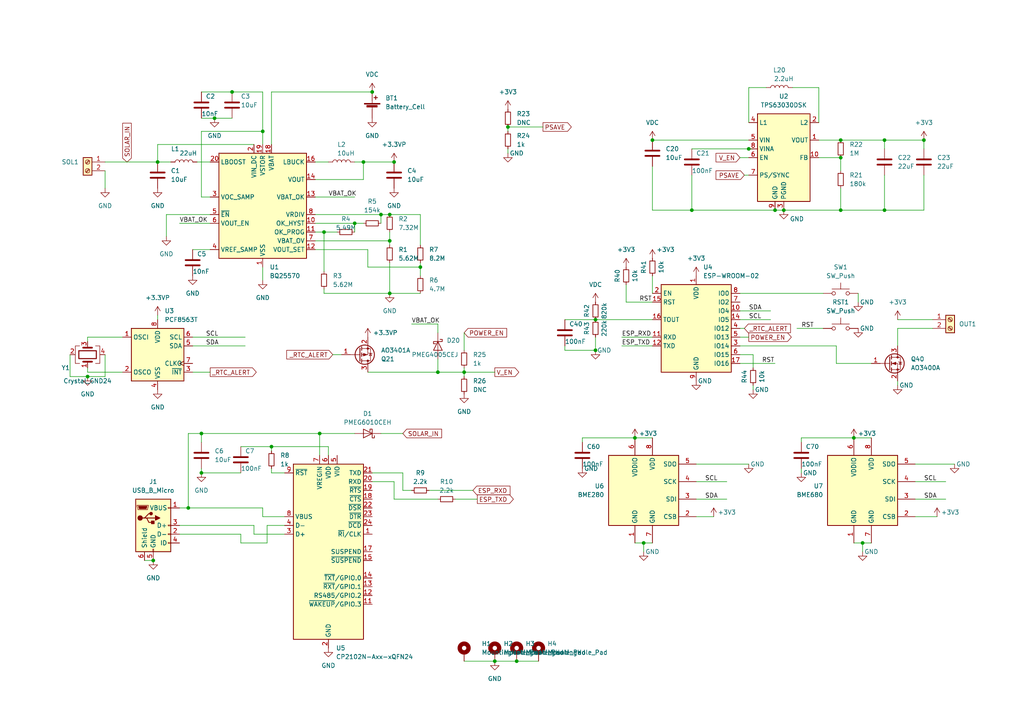
<source format=kicad_sch>
(kicad_sch (version 20230121) (generator eeschema)
  (paper "A4")
  (lib_symbols
    (symbol "Battery_Management:BQ25570"
      (property "Reference" "U" (at -12.7 16.51 0))
      (property "Value" "BQ25570" (at 10.16 16.51 0))
      (symbol "BQ25570_1_1"
        (pin power_in line (at 0 -17.78 90) (length 2.54) (name "VSS") (number "1"))
        (pin input line (at 15.24 -5.08 180) (length 2.54) (name "OK_HYST") (number "10"))
        (pin input line (at 15.24 -7.62 180) (length 2.54) (name "OK_PROG") (number "11"))
        (pin input line (at 15.24 -12.7 180) (length 2.54) (name "VOUT_SET") (number "12"))
        (pin output line (at 15.24 2.54 180) (length 2.54) (name "VBAT_OK") (number "13"))
        (pin input line (at 15.24 7.62 180) (length 2.54) (name "VOUT") (number "14"))
        (pin passive line (at 0 -17.78 90) (length 2.54) hide (name "VSS") (number "15"))
        (pin passive line (at 15.24 12.7 180) (length 2.54) (name "LBUCK") (number "16"))
        (pin passive line (at 0 -17.78 90) (length 2.54) hide (name "VSS") (number "17"))
        (pin power_in line (at 2.54 17.78 270) (length 2.54) (name "VBAT") (number "18"))
        (pin power_out line (at 0 17.78 270) (length 2.54) (name "VSTOR") (number "19"))
        (pin power_in line (at -2.54 17.78 270) (length 2.54) (name "VIN_DC") (number "2"))
        (pin passive line (at -15.24 12.7 0) (length 2.54) (name "LBOOST") (number "20"))
        (pin passive line (at 0 -17.78 90) (length 2.54) hide (name "VSS") (number "21"))
        (pin input line (at -15.24 2.54 0) (length 2.54) (name "VOC_SAMP") (number "3"))
        (pin passive line (at -15.24 -12.7 0) (length 2.54) (name "VREF_SAMP") (number "4"))
        (pin input line (at -15.24 -2.54 0) (length 2.54) (name "~{EN}") (number "5"))
        (pin input line (at -15.24 -5.08 0) (length 2.54) (name "VOUT_EN") (number "6"))
        (pin input line (at 15.24 -10.16 180) (length 2.54) (name "VBAT_OV") (number "7"))
        (pin output line (at 15.24 -2.54 180) (length 2.54) (name "VRDIV") (number "8"))
        (pin passive line (at 0 -17.78 90) (length 2.54) hide (name "VSS") (number "9"))
      )
    )
    (symbol "Connector:Screw_Terminal_01x02" (pin_names (offset 1.016) hide)
      (property "Reference" "J" (at 0 2.54 0))
      (property "Value" "Screw_Terminal_01x02" (at 0 -5.08 0))
      (symbol "Screw_Terminal_01x02_1_1"
        (pin passive line (at -5.08 0 0) (length 3.81) (name "Pin_1") (number "1"))
        (pin passive line (at -5.08 -2.54 0) (length 3.81) (name "Pin_2") (number "2"))
      )
    )
    (symbol "Connector:USB_B_Micro" (pin_names (offset 1.016))
      (property "Reference" "J" (at -5.08 11.43 0))
      (property "Value" "USB_B_Micro" (at -5.08 8.89 0))
      (symbol "USB_B_Micro_1_1"
        (pin power_out line (at 7.62 5.08 180) (length 2.54) (name "VBUS") (number "1"))
        (pin bidirectional line (at 7.62 -2.54 180) (length 2.54) (name "D-") (number "2"))
        (pin bidirectional line (at 7.62 0 180) (length 2.54) (name "D+") (number "3"))
        (pin passive line (at 7.62 -5.08 180) (length 2.54) (name "ID") (number "4"))
        (pin power_out line (at 0 -10.16 90) (length 2.54) (name "GND") (number "5"))
        (pin passive line (at -2.54 -10.16 90) (length 2.54) (name "Shield") (number "6"))
      )
    )
    (symbol "Device:Battery_Cell" (pin_numbers hide) (pin_names (offset 0) hide)
      (property "Reference" "BT" (at 2.54 2.54 0))
      (property "Value" "Battery_Cell" (at 2.54 0 0))
      (symbol "Battery_Cell_1_1"
        (pin passive line (at 0 5.08 270) (length 2.54) (name "+") (number "1"))
        (pin passive line (at 0 -2.54 90) (length 2.54) (name "-") (number "2"))
      )
    )
    (symbol "Device:C" (pin_numbers hide) (pin_names (offset 0.254))
      (property "Reference" "C" (at 0.635 2.54 0))
      (property "Value" "C" (at 0.635 -2.54 0))
      (symbol "C_1_1"
        (pin passive line (at 0 3.81 270) (length 2.794) (name "~") (number "1"))
        (pin passive line (at 0 -3.81 90) (length 2.794) (name "~") (number "2"))
      )
    )
    (symbol "Device:Crystal_GND24" (pin_names (offset 1.016) hide)
      (property "Reference" "Y" (at 3.175 5.08 0))
      (property "Value" "Crystal_GND24" (at 3.175 3.175 0))
      (symbol "Crystal_GND24_1_1"
        (pin passive line (at -3.81 0 0) (length 1.27) (name "1") (number "1"))
        (pin passive line (at 0 5.08 270) (length 1.27) (name "2") (number "2"))
        (pin passive line (at 3.81 0 180) (length 1.27) (name "3") (number "3"))
        (pin passive line (at 0 -5.08 90) (length 1.27) (name "4") (number "4"))
      )
    )
    (symbol "Device:L" (pin_numbers hide) (pin_names (offset 1.016) hide)
      (property "Reference" "L" (at -1.27 0 90))
      (property "Value" "L" (at 1.905 0 90))
      (symbol "L_1_1"
        (pin passive line (at 0 3.81 270) (length 1.27) (name "1") (number "1"))
        (pin passive line (at 0 -3.81 90) (length 1.27) (name "2") (number "2"))
      )
    )
    (symbol "Device:R_Small" (pin_numbers hide) (pin_names (offset 0.254) hide)
      (property "Reference" "R" (at 0.762 0.508 0))
      (property "Value" "R_Small" (at 0.762 -1.016 0))
      (symbol "R_Small_1_1"
        (pin passive line (at 0 2.54 270) (length 0.762) (name "~") (number "1"))
        (pin passive line (at 0 -2.54 90) (length 0.762) (name "~") (number "2"))
      )
    )
    (symbol "Diode:PMEG4005CEJ" (pin_numbers hide) (pin_names hide)
      (property "Reference" "D" (at 0 2.54 0))
      (property "Value" "PMEG4005CEJ" (at 0 -2.54 0))
      (symbol "PMEG4005CEJ_1_1"
        (pin passive line (at -3.81 0 0) (length 2.54) (name "K") (number "1"))
        (pin passive line (at 3.81 0 180) (length 2.54) (name "A") (number "2"))
      )
    )
    (symbol "Diode:PMEG6010CEH" (pin_numbers hide) (pin_names hide)
      (property "Reference" "D" (at 0 2.54 0))
      (property "Value" "PMEG6010CEH" (at 0 -2.54 0))
      (symbol "PMEG6010CEH_1_1"
        (pin passive line (at -3.81 0 0) (length 2.54) (name "K") (number "1"))
        (pin passive line (at 3.81 0 180) (length 2.54) (name "A") (number "2"))
      )
    )
    (symbol "Interface_USB:CP2102N-Axx-xQFN24"
      (property "Reference" "U" (at -8.89 26.67 0))
      (property "Value" "CP2102N-Axx-xQFN24" (at 13.97 26.67 0))
      (symbol "CP2102N-Axx-xQFN24_1_1"
        (pin bidirectional line (at 12.7 5.08 180) (length 2.54) (name "~{RI}/CLK") (number "1"))
        (pin no_connect line (at -10.16 -22.86 0) (length 2.54) hide (name "NC") (number "10"))
        (pin bidirectional line (at 12.7 -15.24 180) (length 2.54) (name "~{WAKEUP}/GPIO.3") (number "11"))
        (pin bidirectional line (at 12.7 -12.7 180) (length 2.54) (name "RS485/GPIO.2") (number "12"))
        (pin bidirectional line (at 12.7 -10.16 180) (length 2.54) (name "~{RXT}/GPIO.1") (number "13"))
        (pin bidirectional line (at 12.7 -7.62 180) (length 2.54) (name "~{TXT}/GPIO.0") (number "14"))
        (pin output line (at 12.7 -2.54 180) (length 2.54) (name "~{SUSPEND}") (number "15"))
        (pin no_connect line (at 10.16 -22.86 180) (length 2.54) hide (name "NC") (number "16"))
        (pin output line (at 12.7 0 180) (length 2.54) (name "SUSPEND") (number "17"))
        (pin input line (at 12.7 15.24 180) (length 2.54) (name "~{CTS}") (number "18"))
        (pin output line (at 12.7 17.78 180) (length 2.54) (name "~{RTS}") (number "19"))
        (pin power_in line (at 0 -27.94 90) (length 2.54) (name "GND") (number "2"))
        (pin input line (at 12.7 20.32 180) (length 2.54) (name "RXD") (number "20"))
        (pin output line (at 12.7 22.86 180) (length 2.54) (name "TXD") (number "21"))
        (pin input line (at 12.7 12.7 180) (length 2.54) (name "~{DSR}") (number "22"))
        (pin output line (at 12.7 10.16 180) (length 2.54) (name "~{DTR}") (number "23"))
        (pin input line (at 12.7 7.62 180) (length 2.54) (name "~{DCD}") (number "24"))
        (pin passive line (at 0 -27.94 90) (length 2.54) hide (name "GND") (number "25"))
        (pin bidirectional line (at -12.7 5.08 0) (length 2.54) (name "D+") (number "3"))
        (pin bidirectional line (at -12.7 7.62 0) (length 2.54) (name "D-") (number "4"))
        (pin power_in line (at 2.54 27.94 270) (length 2.54) (name "VIO") (number "5"))
        (pin power_in line (at 0 27.94 270) (length 2.54) (name "VDD") (number "6"))
        (pin power_in line (at -2.54 27.94 270) (length 2.54) (name "VREGIN") (number "7"))
        (pin input line (at -12.7 10.16 0) (length 2.54) (name "VBUS") (number "8"))
        (pin input line (at -12.7 22.86 0) (length 2.54) (name "~{RST}") (number "9"))
      )
    )
    (symbol "Mechanical:MountingHole_Pad" (pin_numbers hide) (pin_names (offset 1.016) hide)
      (property "Reference" "H" (at 0 6.35 0))
      (property "Value" "MountingHole_Pad" (at 0 4.445 0))
      (symbol "MountingHole_Pad_1_1"
        (pin input line (at 0 -2.54 90) (length 2.54) (name "1") (number "1"))
      )
    )
    (symbol "RF_Module:ESP-WROOM-02"
      (property "Reference" "U" (at -7.62 13.97 0))
      (property "Value" "ESP-WROOM-02" (at 10.16 13.97 0))
      (symbol "ESP-WROOM-02_1_1"
        (pin power_in line (at 0 15.24 270) (length 2.54) (name "VDD") (number "1"))
        (pin bidirectional line (at 12.7 5.08 180) (length 2.54) (name "IO4") (number "10"))
        (pin bidirectional line (at -12.7 -2.54 0) (length 2.54) (name "RXD") (number "11"))
        (pin bidirectional line (at -12.7 -5.08 0) (length 2.54) (name "TXD") (number "12"))
        (pin passive line (at 0 -15.24 90) (length 2.54) hide (name "GND") (number "13"))
        (pin bidirectional line (at 12.7 2.54 180) (length 2.54) (name "IO5") (number "14"))
        (pin input line (at -12.7 7.62 0) (length 2.54) (name "RST") (number "15"))
        (pin input line (at -12.7 2.54 0) (length 2.54) (name "TOUT") (number "16"))
        (pin bidirectional line (at 12.7 -10.16 180) (length 2.54) (name "IO16") (number "17"))
        (pin passive line (at 0 -15.24 90) (length 2.54) hide (name "GND") (number "18"))
        (pin passive line (at 0 -15.24 90) (length 2.54) hide (name "GND") (number "19"))
        (pin input line (at -12.7 10.16 0) (length 2.54) (name "EN") (number "2"))
        (pin bidirectional line (at 12.7 -5.08 180) (length 2.54) (name "IO14") (number "3"))
        (pin bidirectional line (at 12.7 0 180) (length 2.54) (name "IO12") (number "4"))
        (pin bidirectional line (at 12.7 -2.54 180) (length 2.54) (name "IO13") (number "5"))
        (pin bidirectional line (at 12.7 -7.62 180) (length 2.54) (name "IO15") (number "6"))
        (pin bidirectional line (at 12.7 7.62 180) (length 2.54) (name "IO2") (number "7"))
        (pin bidirectional line (at 12.7 10.16 180) (length 2.54) (name "IO0") (number "8"))
        (pin power_in line (at 0 -15.24 90) (length 2.54) (name "GND") (number "9"))
      )
    )
    (symbol "Regulator_Switching:TPS63030DSK"
      (property "Reference" "U" (at -7.62 13.97 0))
      (property "Value" "TPS63030DSK" (at 5.08 13.97 0))
      (symbol "TPS63030DSK_1_1"
        (pin power_out line (at 10.16 5.08 180) (length 2.54) (name "VOUT") (number "1"))
        (pin input line (at 10.16 0 180) (length 2.54) (name "FB") (number "10"))
        (pin passive line (at 0 -15.24 90) (length 2.54) hide (name "PGND") (number "11"))
        (pin input line (at 10.16 10.16 180) (length 2.54) (name "L2") (number "2"))
        (pin power_in line (at 0 -15.24 90) (length 2.54) (name "PGND") (number "3"))
        (pin input line (at -10.16 10.16 0) (length 2.54) (name "L1") (number "4"))
        (pin power_in line (at -10.16 5.08 0) (length 2.54) (name "VIN") (number "5"))
        (pin input line (at -10.16 0 0) (length 2.54) (name "EN") (number "6"))
        (pin input line (at -10.16 -5.08 0) (length 2.54) (name "PS/SYNC") (number "7"))
        (pin passive line (at -10.16 2.54 0) (length 2.54) (name "VINA") (number "8"))
        (pin power_in line (at -2.54 -15.24 90) (length 2.54) (name "GND") (number "9"))
      )
    )
    (symbol "Sensor:BME280"
      (property "Reference" "U" (at -8.89 11.43 0))
      (property "Value" "BME280" (at 7.62 11.43 0))
      (symbol "BME280_1_1"
        (pin power_in line (at -2.54 -15.24 90) (length 5.08) (name "GND") (number "1"))
        (pin input line (at 15.24 -7.62 180) (length 5.08) (name "CSB") (number "2"))
        (pin bidirectional line (at 15.24 -2.54 180) (length 5.08) (name "SDI") (number "3"))
        (pin input line (at 15.24 2.54 180) (length 5.08) (name "SCK") (number "4"))
        (pin bidirectional line (at 15.24 7.62 180) (length 5.08) (name "SDO") (number "5"))
        (pin power_in line (at -2.54 15.24 270) (length 5.08) (name "VDDIO") (number "6"))
        (pin power_in line (at 2.54 -15.24 90) (length 5.08) (name "GND") (number "7"))
        (pin power_in line (at 2.54 15.24 270) (length 5.08) (name "VDD") (number "8"))
      )
    )
    (symbol "Sensor:BME680"
      (property "Reference" "U" (at -8.89 11.43 0))
      (property "Value" "BME680" (at 7.62 11.43 0))
      (symbol "BME680_1_1"
        (pin power_in line (at -2.54 -15.24 90) (length 5.08) (name "GND") (number "1"))
        (pin input line (at 15.24 -7.62 180) (length 5.08) (name "CSB") (number "2"))
        (pin bidirectional line (at 15.24 -2.54 180) (length 5.08) (name "SDI") (number "3"))
        (pin input line (at 15.24 2.54 180) (length 5.08) (name "SCK") (number "4"))
        (pin bidirectional line (at 15.24 7.62 180) (length 5.08) (name "SDO") (number "5"))
        (pin power_in line (at -2.54 15.24 270) (length 5.08) (name "VDDIO") (number "6"))
        (pin power_in line (at 2.54 -15.24 90) (length 5.08) (name "GND") (number "7"))
        (pin power_in line (at 2.54 15.24 270) (length 5.08) (name "VDD") (number "8"))
      )
    )
    (symbol "Switch:SW_Push" (pin_numbers hide) (pin_names (offset 1.016) hide)
      (property "Reference" "SW" (at 1.27 2.54 0))
      (property "Value" "SW_Push" (at 0 -1.524 0))
      (symbol "SW_Push_0_1"
        (pin passive line (at -5.08 0 0) (length 2.54) (name "1") (number "1"))
        (pin passive line (at 5.08 0 180) (length 2.54) (name "2") (number "2"))
      )
    )
    (symbol "Timer_RTC:PCF8563T"
      (property "Reference" "U" (at -7.62 8.89 0))
      (property "Value" "PCF8563T" (at 2.54 8.89 0))
      (symbol "PCF8563T_1_1"
        (pin input line (at -10.16 5.08 0) (length 2.54) (name "OSCI") (number "1"))
        (pin output line (at -10.16 -5.08 0) (length 2.54) (name "OSCO") (number "2"))
        (pin output line (at 10.16 -5.08 180) (length 2.54) (name "~{INT}") (number "3"))
        (pin power_in line (at 0 -10.16 90) (length 2.54) (name "VSS") (number "4"))
        (pin bidirectional line (at 10.16 2.54 180) (length 2.54) (name "SDA") (number "5"))
        (pin input line (at 10.16 5.08 180) (length 2.54) (name "SCL") (number "6"))
        (pin output clock (at 10.16 -2.54 180) (length 2.54) (name "CLKO") (number "7"))
        (pin power_in line (at 0 10.16 270) (length 2.54) (name "VDD") (number "8"))
      )
    )
    (symbol "Transistor_FET:AO3400A" (pin_names hide)
      (property "Reference" "Q" (at 5.08 1.905 0))
      (property "Value" "AO3400A" (at 5.08 0 0))
      (symbol "AO3400A_1_1"
        (pin input line (at -5.08 0 0) (length 2.54) (name "G") (number "1"))
        (pin passive line (at 2.54 -5.08 90) (length 2.54) (name "S") (number "2"))
        (pin passive line (at 2.54 5.08 270) (length 2.54) (name "D") (number "3"))
      )
    )
    (symbol "Transistor_FET:AO3401A" (pin_names hide)
      (property "Reference" "Q" (at 5.08 1.905 0))
      (property "Value" "AO3401A" (at 5.08 0 0))
      (symbol "AO3401A_1_1"
        (pin input line (at -5.08 0 0) (length 2.54) (name "G") (number "1"))
        (pin passive line (at 2.54 -5.08 90) (length 2.54) (name "S") (number "2"))
        (pin passive line (at 2.54 5.08 270) (length 2.54) (name "D") (number "3"))
      )
    )
    (symbol "power:+3.3V" (power) (pin_names (offset 0))
      (property "Value" "+3.3V" (at 0 3.556 0))
      (symbol "+3.3V_1_1"
        (pin power_in line (at 0 0 90) (length 0) hide (name "+3V3") (number "1"))
      )
    )
    (symbol "power:+3.3VP" (power) (pin_names (offset 0))
      (property "Value" "+3.3VP" (at 0 2.54 0))
      (symbol "+3.3VP_0_0"
        (pin power_in line (at 0 0 90) (length 0) hide (name "+3.3VP") (number "1"))
      )
    )
    (symbol "power:GND" (power) (pin_names (offset 0))
      (property "Value" "GND" (at 0 -3.81 0))
      (symbol "GND_1_1"
        (pin power_in line (at 0 0 270) (length 0) hide (name "GND") (number "1"))
      )
    )
    (symbol "power:VDC" (power) (pin_names (offset 0))
      (property "Value" "VDC" (at 0 6.35 0))
      (symbol "VDC_1_1"
        (pin power_in line (at 0 0 90) (length 0) hide (name "VDC") (number "1"))
      )
    )
  )
  (junction (at 67.31 26.67))
  (junction (at 256.54 60.96))
  (junction (at 184.15 127))
  (junction (at 127 107.95))
  (junction (at 243.84 40.64))
  (junction (at 189.23 40.64))
  (junction (at 107.95 26.67))
  (junction (at 58.42 125.73))
  (junction (at 62.23 34.29))
  (junction (at 186.69 157.48))
  (junction (at 76.2 38.1))
  (junction (at 121.92 77.47))
  (junction (at 227.33 60.96))
  (junction (at 105.41 46.99))
  (junction (at 172.72 92.71))
  (junction (at 114.3 46.99))
  (junction (at 250.19 157.48))
  (junction (at 267.97 40.64))
  (junction (at 102.87 64.77))
  (junction (at 78.74 129.54))
  (junction (at 243.84 45.72))
  (junction (at 200.66 60.96))
  (junction (at 92.71 125.73))
  (junction (at 172.72 101.6))
  (junction (at 243.84 60.96))
  (junction (at 45.72 46.99))
  (junction (at 110.49 62.23))
  (junction (at 25.4 109.22))
  (junction (at 54.61 147.32))
  (junction (at 256.54 40.64))
  (junction (at 247.65 127))
  (junction (at 113.03 85.09))
  (junction (at 149.86 191.77))
  (junction (at 143.51 191.77))
  (junction (at 113.03 62.23))
  (junction (at 93.98 67.31))
  (junction (at 224.79 60.96))
  (junction (at 113.03 69.85))
  (junction (at 58.42 137.16))
  (junction (at 44.45 162.56))
  (junction (at 134.62 107.95))
  (junction (at 217.17 43.18))
  (junction (at 147.32 36.83))
  (wire (pts (xy 184.15 127) (xy 189.23 127)))
  (wire (pts (xy 77.47 157.48) (xy 77.47 152.4)))
  (wire (pts (xy 121.92 76.2) (xy 121.92 77.47)))
  (wire (pts (xy 58.42 128.27) (xy 58.42 125.73)))
  (wire (pts (xy 106.68 72.39) (xy 106.68 77.47)))
  (wire (pts (xy 52.07 152.4) (xy 73.66 152.4)))
  (wire (pts (xy 114.3 144.78) (xy 127 144.78)))
  (wire (pts (xy 58.42 125.73) (xy 92.71 125.73)))
  (wire (pts (xy 200.66 50.8) (xy 200.66 60.96)))
  (wire (pts (xy 55.88 72.39) (xy 60.96 72.39)))
  (wire (pts (xy 106.68 72.39) (xy 91.44 72.39)))
  (wire (pts (xy 76.2 147.32) (xy 76.2 149.86)))
  (wire (pts (xy 113.03 76.2) (xy 113.03 85.09)))
  (wire (pts (xy 102.87 67.31) (xy 102.87 64.77)))
  (wire (pts (xy 172.72 92.71) (xy 189.23 92.71)))
  (wire (pts (xy 231.14 95.25) (xy 238.76 95.25)))
  (wire (pts (xy 217.17 43.18) (xy 218.44 43.18)))
  (wire (pts (xy 58.42 38.1) (xy 76.2 38.1)))
  (wire (pts (xy 168.91 127) (xy 184.15 127)))
  (wire (pts (xy 214.63 97.79) (xy 217.17 97.79)))
  (wire (pts (xy 214.63 85.09) (xy 238.76 85.09)))
  (wire (pts (xy 25.4 109.22) (xy 30.48 109.22)))
  (wire (pts (xy 256.54 40.64) (xy 267.97 40.64)))
  (wire (pts (xy 92.71 125.73) (xy 92.71 132.08)))
  (wire (pts (xy 102.87 64.77) (xy 105.41 64.77)))
  (wire (pts (xy 134.62 107.95) (xy 143.51 107.95)))
  (wire (pts (xy 113.03 67.31) (xy 113.03 69.85)))
  (wire (pts (xy 256.54 60.96) (xy 243.84 60.96)))
  (wire (pts (xy 110.49 62.23) (xy 113.03 62.23)))
  (wire (pts (xy 217.17 25.4) (xy 222.25 25.4)))
  (wire (pts (xy 214.63 45.72) (xy 217.17 45.72)))
  (wire (pts (xy 247.65 127) (xy 252.73 127)))
  (wire (pts (xy 243.84 60.96) (xy 227.33 60.96)))
  (wire (pts (xy 265.43 144.78) (xy 274.32 144.78)))
  (wire (pts (xy 260.35 92.71) (xy 270.51 92.71)))
  (wire (pts (xy 116.84 137.16) (xy 116.84 142.24)))
  (wire (pts (xy 93.98 85.09) (xy 113.03 85.09)))
  (wire (pts (xy 189.23 48.26) (xy 189.23 60.96)))
  (wire (pts (xy 214.63 92.71) (xy 223.52 92.71)))
  (wire (pts (xy 260.35 100.33) (xy 260.35 95.25)))
  (wire (pts (xy 69.85 129.54) (xy 78.74 129.54)))
  (wire (pts (xy 224.79 60.96) (xy 227.33 60.96)))
  (wire (pts (xy 237.49 45.72) (xy 243.84 45.72)))
  (wire (pts (xy 93.98 67.31) (xy 97.79 67.31)))
  (wire (pts (xy 25.4 107.95) (xy 35.56 107.95)))
  (wire (pts (xy 201.93 144.78) (xy 210.82 144.78)))
  (wire (pts (xy 201.93 139.7) (xy 210.82 139.7)))
  (wire (pts (xy 214.63 95.25) (xy 215.9 95.25)))
  (wire (pts (xy 189.23 80.01) (xy 189.23 85.09)))
  (wire (pts (xy 69.85 154.94) (xy 69.85 157.48)))
  (wire (pts (xy 48.26 68.58) (xy 48.26 62.23)))
  (wire (pts (xy 30.48 54.61) (xy 30.48 49.53)))
  (wire (pts (xy 124.46 142.24) (xy 137.16 142.24)))
  (wire (pts (xy 248.92 85.09) (xy 248.92 87.63)))
  (wire (pts (xy 267.97 40.64) (xy 267.97 43.18)))
  (wire (pts (xy 76.2 149.86) (xy 82.55 149.86)))
  (wire (pts (xy 237.49 40.64) (xy 243.84 40.64)))
  (wire (pts (xy 52.07 154.94) (xy 69.85 154.94)))
  (wire (pts (xy 267.97 60.96) (xy 256.54 60.96)))
  (wire (pts (xy 201.93 149.86) (xy 207.01 149.86)))
  (wire (pts (xy 147.32 36.83) (xy 157.48 36.83)))
  (wire (pts (xy 180.34 100.33) (xy 189.23 100.33)))
  (wire (pts (xy 143.51 191.77) (xy 149.86 191.77)))
  (wire (pts (xy 105.41 52.07) (xy 105.41 46.99)))
  (wire (pts (xy 91.44 52.07) (xy 105.41 52.07)))
  (wire (pts (xy 134.62 191.77) (xy 143.51 191.77)))
  (wire (pts (xy 110.49 62.23) (xy 110.49 64.77)))
  (wire (pts (xy 58.42 34.29) (xy 62.23 34.29)))
  (wire (pts (xy 163.83 92.71) (xy 172.72 92.71)))
  (wire (pts (xy 184.15 157.48) (xy 186.69 157.48)))
  (wire (pts (xy 189.23 60.96) (xy 200.66 60.96)))
  (wire (pts (xy 243.84 40.64) (xy 256.54 40.64)))
  (wire (pts (xy 132.08 144.78) (xy 138.43 144.78)))
  (wire (pts (xy 127 107.95) (xy 134.62 107.95)))
  (wire (pts (xy 113.03 71.12) (xy 113.03 69.85)))
  (wire (pts (xy 73.66 154.94) (xy 82.55 154.94)))
  (wire (pts (xy 45.72 41.91) (xy 45.72 46.99)))
  (wire (pts (xy 78.74 26.67) (xy 107.95 26.67)))
  (wire (pts (xy 265.43 139.7) (xy 274.32 139.7)))
  (wire (pts (xy 215.9 50.8) (xy 217.17 50.8)))
  (wire (pts (xy 113.03 62.23) (xy 121.92 62.23)))
  (wire (pts (xy 41.91 162.56) (xy 44.45 162.56)))
  (wire (pts (xy 54.61 147.32) (xy 54.61 125.73)))
  (wire (pts (xy 134.62 106.68) (xy 134.62 107.95)))
  (wire (pts (xy 186.69 157.48) (xy 189.23 157.48)))
  (wire (pts (xy 217.17 35.56) (xy 217.17 25.4)))
  (wire (pts (xy 237.49 25.4) (xy 229.87 25.4)))
  (wire (pts (xy 180.34 97.79) (xy 189.23 97.79)))
  (wire (pts (xy 69.85 157.48) (xy 77.47 157.48)))
  (wire (pts (xy 110.49 125.73) (xy 116.84 125.73)))
  (wire (pts (xy 147.32 44.45) (xy 147.32 43.18)))
  (wire (pts (xy 181.61 87.63) (xy 189.23 87.63)))
  (wire (pts (xy 163.83 100.33) (xy 163.83 101.6)))
  (wire (pts (xy 48.26 62.23) (xy 60.96 62.23)))
  (wire (pts (xy 200.66 43.18) (xy 217.17 43.18)))
  (wire (pts (xy 96.52 102.87) (xy 99.06 102.87)))
  (wire (pts (xy 214.63 105.41) (xy 224.79 105.41)))
  (wire (pts (xy 76.2 38.1) (xy 76.2 41.91)))
  (wire (pts (xy 113.03 85.09) (xy 121.92 85.09)))
  (wire (pts (xy 243.84 45.72) (xy 243.84 49.53)))
  (wire (pts (xy 82.55 137.16) (xy 78.74 137.16)))
  (wire (pts (xy 78.74 129.54) (xy 78.74 130.81)))
  (wire (pts (xy 25.4 97.79) (xy 35.56 97.79)))
  (wire (pts (xy 58.42 57.15) (xy 58.42 38.1)))
  (wire (pts (xy 163.83 101.6) (xy 172.72 101.6)))
  (wire (pts (xy 57.15 46.99) (xy 60.96 46.99)))
  (wire (pts (xy 186.69 160.02) (xy 186.69 157.48)))
  (wire (pts (xy 55.88 100.33) (xy 71.12 100.33)))
  (wire (pts (xy 93.98 78.74) (xy 93.98 67.31)))
  (wire (pts (xy 105.41 46.99) (xy 114.3 46.99)))
  (wire (pts (xy 78.74 129.54) (xy 95.25 129.54)))
  (wire (pts (xy 30.48 102.87) (xy 30.48 109.22)))
  (wire (pts (xy 92.71 125.73) (xy 102.87 125.73)))
  (wire (pts (xy 265.43 134.62) (xy 276.86 134.62)))
  (wire (pts (xy 107.95 139.7) (xy 114.3 139.7)))
  (wire (pts (xy 121.92 77.47) (xy 121.92 80.01)))
  (wire (pts (xy 93.98 83.82) (xy 93.98 85.09)))
  (wire (pts (xy 58.42 137.16) (xy 58.42 135.89)))
  (wire (pts (xy 78.74 137.16) (xy 78.74 135.89)))
  (wire (pts (xy 119.38 93.98) (xy 127 93.98)))
  (wire (pts (xy 114.3 139.7) (xy 114.3 144.78)))
  (wire (pts (xy 73.66 152.4) (xy 73.66 154.94)))
  (wire (pts (xy 55.88 107.95) (xy 60.96 107.95)))
  (wire (pts (xy 149.86 191.77) (xy 156.21 191.77)))
  (wire (pts (xy 256.54 50.8) (xy 256.54 60.96)))
  (wire (pts (xy 91.44 57.15) (xy 102.87 57.15)))
  (wire (pts (xy 214.63 102.87) (xy 218.44 102.87)))
  (wire (pts (xy 250.19 157.48) (xy 252.73 157.48)))
  (wire (pts (xy 20.32 109.22) (xy 25.4 109.22)))
  (wire (pts (xy 134.62 107.95) (xy 134.62 109.22)))
  (wire (pts (xy 267.97 50.8) (xy 267.97 60.96)))
  (wire (pts (xy 218.44 113.03) (xy 218.44 111.76)))
  (wire (pts (xy 232.41 127) (xy 247.65 127)))
  (wire (pts (xy 78.74 41.91) (xy 78.74 26.67)))
  (wire (pts (xy 121.92 62.23) (xy 121.92 71.12)))
  (wire (pts (xy 201.93 134.62) (xy 217.17 134.62)))
  (wire (pts (xy 214.63 100.33) (xy 242.57 100.33)))
  (wire (pts (xy 91.44 69.85) (xy 113.03 69.85)))
  (wire (pts (xy 232.41 137.16) (xy 232.41 135.89)))
  (wire (pts (xy 181.61 82.55) (xy 181.61 87.63)))
  (wire (pts (xy 25.4 99.06) (xy 25.4 97.79)))
  (wire (pts (xy 242.57 100.33) (xy 242.57 105.41)))
  (wire (pts (xy 127 104.14) (xy 127 107.95)))
  (wire (pts (xy 106.68 107.95) (xy 127 107.95)))
  (wire (pts (xy 67.31 26.67) (xy 76.2 26.67)))
  (wire (pts (xy 200.66 60.96) (xy 224.79 60.96)))
  (wire (pts (xy 91.44 46.99) (xy 95.25 46.99)))
  (wire (pts (xy 45.72 46.99) (xy 49.53 46.99)))
  (wire (pts (xy 45.72 91.44) (xy 45.72 92.71)))
  (wire (pts (xy 52.07 147.32) (xy 54.61 147.32)))
  (wire (pts (xy 30.48 46.99) (xy 45.72 46.99)))
  (wire (pts (xy 265.43 149.86) (xy 271.78 149.86)))
  (wire (pts (xy 106.68 77.47) (xy 121.92 77.47)))
  (wire (pts (xy 60.96 57.15) (xy 58.42 57.15)))
  (wire (pts (xy 20.32 102.87) (xy 20.32 109.22)))
  (wire (pts (xy 76.2 26.67) (xy 76.2 38.1)))
  (wire (pts (xy 247.65 157.48) (xy 250.19 157.48)))
  (wire (pts (xy 256.54 43.18) (xy 256.54 40.64)))
  (wire (pts (xy 116.84 142.24) (xy 119.38 142.24)))
  (wire (pts (xy 91.44 67.31) (xy 93.98 67.31)))
  (wire (pts (xy 237.49 35.56) (xy 237.49 25.4)))
  (wire (pts (xy 62.23 34.29) (xy 67.31 34.29)))
  (wire (pts (xy 54.61 147.32) (xy 76.2 147.32)))
  (wire (pts (xy 189.23 40.64) (xy 217.17 40.64)))
  (wire (pts (xy 127 96.52) (xy 127 93.98)))
  (wire (pts (xy 73.66 41.91) (xy 45.72 41.91)))
  (wire (pts (xy 168.91 128.27) (xy 168.91 127)))
  (wire (pts (xy 218.44 102.87) (xy 218.44 106.68)))
  (wire (pts (xy 52.07 64.77) (xy 60.96 64.77)))
  (wire (pts (xy 147.32 36.83) (xy 147.32 38.1)))
  (wire (pts (xy 58.42 137.16) (xy 69.85 137.16)))
  (wire (pts (xy 260.35 110.49) (xy 260.35 111.76)))
  (wire (pts (xy 243.84 54.61) (xy 243.84 60.96)))
  (wire (pts (xy 58.42 26.67) (xy 67.31 26.67)))
  (wire (pts (xy 214.63 90.17) (xy 223.52 90.17)))
  (wire (pts (xy 76.2 81.28) (xy 76.2 77.47)))
  (wire (pts (xy 91.44 64.77) (xy 102.87 64.77)))
  (wire (pts (xy 25.4 106.68) (xy 25.4 107.95)))
  (wire (pts (xy 91.44 62.23) (xy 110.49 62.23)))
  (wire (pts (xy 77.47 152.4) (xy 82.55 152.4)))
  (wire (pts (xy 172.72 101.6) (xy 172.72 97.79)))
  (wire (pts (xy 250.19 160.02) (xy 250.19 157.48)))
  (wire (pts (xy 242.57 105.41) (xy 252.73 105.41)))
  (wire (pts (xy 54.61 125.73) (xy 58.42 125.73)))
  (wire (pts (xy 260.35 95.25) (xy 270.51 95.25)))
  (wire (pts (xy 55.88 97.79) (xy 71.12 97.79)))
  (wire (pts (xy 95.25 129.54) (xy 95.25 132.08)))
  (wire (pts (xy 232.41 128.27) (xy 232.41 127)))
  (wire (pts (xy 107.95 137.16) (xy 116.84 137.16)))
  (wire (pts (xy 105.41 46.99) (xy 102.87 46.99)))
  (wire (pts (xy 134.62 96.52) (xy 134.62 101.6)))
  (label "RST" (at 185.42 87.63 0))
  (label "SCL" (at 217.17 92.71 0))
  (label "RST" (at 220.98 105.41 0))
  (label "SDA" (at 217.17 90.17 0))
  (label "VBAT_OK" (at 119.38 93.98 0))
  (label "ESP_RXD" (at 180.34 97.79 0))
  (label "VBAT_OK" (at 95.25 57.15 0))
  (label "SDA" (at 204.47 144.78 0))
  (label "SCL" (at 267.97 139.7 0))
  (label "SCL" (at 204.47 139.7 0))
  (label "RST" (at 232.41 95.25 0))
  (label "SCL" (at 59.69 97.79 0))
  (label "SDA" (at 59.69 100.33 0))
  (label "ESP_TXD" (at 180.34 100.33 0))
  (label "SDA" (at 267.97 144.78 0))
  (label "VBAT_OK" (at 52.07 64.77 0))
  (global_label "PSAVE" (shape input) (at 215.9 50.8 180) (property "Intersheetrefs" "${INTERSHEET_REFS}" (effects hide)))
  (global_label "_RTC_ALERT" (shape output) (at 60.96 107.95 0) (property "Intersheetrefs" "${INTERSHEET_REFS}" (effects hide)))
  (global_label "SOLAR_IN" (shape input) (at 36.83 46.99 90) (property "Intersheetrefs" "${INTERSHEET_REFS}" (effects hide)))
  (global_label "SOLAR_IN" (shape input) (at 116.84 125.73 0) (property "Intersheetrefs" "${INTERSHEET_REFS}" (effects hide)))
  (global_label "POWER_EN" (shape output) (at 217.17 97.79 0) (property "Intersheetrefs" "${INTERSHEET_REFS}" (effects hide)))
  (global_label "V_EN" (shape input) (at 214.63 45.72 180) (property "Intersheetrefs" "${INTERSHEET_REFS}" (effects hide)))
  (global_label "ESP_TXD" (shape output) (at 138.43 144.78 0) (property "Intersheetrefs" "${INTERSHEET_REFS}" (effects hide)))
  (global_label "V_EN" (shape output) (at 143.51 107.95 0) (property "Intersheetrefs" "${INTERSHEET_REFS}" (effects hide)))
  (global_label "_RTC_ALERT" (shape input) (at 96.52 102.87 180) (property "Intersheetrefs" "${INTERSHEET_REFS}" (effects hide)))
  (global_label "_RTC_ALERT" (shape input) (at 215.9 95.25 0) (property "Intersheetrefs" "${INTERSHEET_REFS}" (effects hide)))
  (global_label "POWER_EN" (shape input) (at 134.62 96.52 0) (property "Intersheetrefs" "${INTERSHEET_REFS}" (effects hide)))
  (global_label "PSAVE" (shape output) (at 157.48 36.83 0) (property "Intersheetrefs" "${INTERSHEET_REFS}" (effects hide)))
  (global_label "ESP_RXD" (shape input) (at 137.16 142.24 0) (property "Intersheetrefs" "${INTERSHEET_REFS}" (effects hide)))
  (symbol (lib_id "Diode:PMEG4005CEJ") (at 127 100.33 270) (unit 1)
    (property "Reference" "D20" (at 129.54 98.7424 90) (effects (justify left)))
    (property "Value" "PMEG4005CEJ" (at 119.38 102.87 90) (effects (justify left)))
    (property "Footprint" "Diode_SMD:D_SOD-323F" (effects hide))
    (property "Datasheet" "https://assets.nexperia.com/documents/data-sheet/PMEG4005CEJ.pdf" (effects hide))
  )
  (symbol (lib_id "Interface_USB:CP2102N-Axx-xQFN24") (at 95.25 160.02 0) (unit 1)
    (property "Reference" "U5" (at 97.4441 187.96 0) (effects (justify left)))
    (property "Value" "CP2102N-Axx-xQFN24" (at 97.4441 190.5 0) (effects (justify left)))
    (property "Footprint" "Package_DFN_QFN:QFN-24-1EP_4x4mm_P0.5mm_EP2.6x2.6mm" (effects hide))
    (property "Datasheet" "https://www.silabs.com/documents/public/data-sheets/cp2102n-datasheet.pdf" (effects hide))
  )
  (symbol (lib_id "power:GND") (at 276.86 134.62 0) (unit 1)
    (property "Reference" "#PWR05" (effects hide))
    (property "Value" "GND" (at 279.4 134.62 0))
  )
  (symbol (lib_id "Mechanical:MountingHole_Pad") (at 134.62 189.23 0) (unit 1)
    (property "Reference" "H1" (at 139.7 186.6899 0) (effects (justify left)))
    (property "Value" "MountingHole_Pad" (at 139.7 189.2299 0) (effects (justify left)))
    (property "Footprint" "MountingHole:MountingHole_3.2mm_M3" (effects hide))
  )
  (symbol (lib_id "Transistor_FET:AO3400A") (at 257.81 105.41 0) (unit 1)
    (property "Reference" "Q40" (at 264.16 104.1399 0) (effects (justify left)))
    (property "Value" "AO3400A" (at 264.16 106.6799 0) (effects (justify left)))
    (property "Footprint" "Package_TO_SOT_SMD:SOT-23" (effects hide))
    (property "Datasheet" "http://www.aosmd.com/pdfs/datasheet/AO3400A.pdf" (effects hide))
  )
  (symbol (lib_id "power:GND") (at 172.72 101.6 0) (unit 1)
    (property "Reference" "#PWR0120" (effects hide))
    (property "Value" "GND" (at 175.26 101.6 0))
  )
  (symbol (lib_id "Mechanical:MountingHole_Pad") (at 143.51 189.23 0) (unit 1)
    (property "Reference" "H2" (at 146.05 186.6899 0) (effects (justify left)))
    (property "Value" "MountingHole_Pad" (at 146.05 189.2299 0) (effects (justify left)))
    (property "Footprint" "MountingHole:MountingHole_3.2mm_M3" (effects hide))
  )
  (symbol (lib_id "power:GND") (at 218.44 113.03 0) (unit 1)
    (property "Reference" "#PWR0104" (effects hide))
    (property "Value" "GND" (at 220.98 113.03 0))
  )
  (symbol (lib_id "power:GND") (at 250.19 160.02 0) (unit 1)
    (property "Reference" "#PWR0142" (effects hide))
    (property "Value" "GND" (at 252.73 160.02 0))
  )
  (symbol (lib_id "Device:R_Small") (at 78.74 133.35 180) (unit 1)
    (property "Reference" "R8" (at 81.28 132.08 0) (effects (justify right)))
    (property "Value" "1k" (at 81.28 134.62 0) (effects (justify right)))
    (property "Footprint" "Resistor_SMD:R_0603_1608Metric" (effects hide))
  )
  (symbol (lib_id "power:GND") (at 114.3 54.61 0) (unit 1)
    (property "Reference" "#PWR0113" (effects hide))
    (property "Value" "GND" (at 114.3 59.69 0))
  )
  (symbol (lib_id "power:GND") (at 168.91 135.89 0) (unit 1)
    (property "Reference" "#PWR0143" (effects hide))
    (property "Value" "GND" (at 171.45 135.89 0))
  )
  (symbol (lib_id "Device:Battery_Cell") (at 107.95 31.75 0) (unit 1)
    (property "Reference" "BT1" (at 111.76 28.4479 0) (effects (justify left)))
    (property "Value" "Battery_Cell" (at 111.76 30.9879 0) (effects (justify left)))
    (property "Footprint" "TerminalBlock_TE-Connectivity:TerminalBlock_TE_282834-2_1x02_P2.54mm_Horizontal" (effects hide))
  )
  (symbol (lib_id "power:GND") (at 260.35 111.76 0) (unit 1)
    (property "Reference" "#PWR0105" (effects hide))
    (property "Value" "GND" (at 262.89 111.76 0))
  )
  (symbol (lib_id "power:GND") (at 55.88 80.01 0) (unit 1)
    (property "Reference" "#PWR0123" (effects hide))
    (property "Value" "GND" (at 55.88 85.09 0))
  )
  (symbol (lib_id "Sensor:BME280") (at 186.69 142.24 0) (unit 1)
    (property "Reference" "U6" (at 175.26 140.9699 0) (effects (justify right)))
    (property "Value" "BME280" (at 175.26 143.5099 0) (effects (justify right)))
    (property "Footprint" "Package_LGA:Bosch_LGA-8_2.5x2.5mm_P0.65mm_ClockwisePinNumbering" (effects hide))
    (property "Datasheet" "https://ae-bst.resource.bosch.com/media/_tech/media/datasheets/BST-BME280-DS002.pdf" (effects hide))
  )
  (symbol (lib_id "power:+3.3V") (at 260.35 92.71 0) (unit 1)
    (property "Reference" "#PWR0111" (effects hide))
    (property "Value" "+3.3V" (at 260.35 87.63 0))
  )
  (symbol (lib_id "power:GND") (at 147.32 44.45 0) (unit 1)
    (property "Reference" "#PWR0114" (effects hide))
    (property "Value" "GND" (at 149.86 44.45 0))
  )
  (symbol (lib_id "Regulator_Switching:TPS63030DSK") (at 227.33 45.72 0) (unit 1)
    (property "Reference" "U2" (at 227.33 27.94 0))
    (property "Value" "TPS63030DSK" (at 227.33 30.48 0))
    (property "Footprint" "Package_SON:WSON-10-1EP_2.5x2.5mm_P0.5mm_EP1.2x2mm" (effects hide))
    (property "Datasheet" "http://www.ti.com/lit/ds/symlink/tps63030.pdf" (effects hide))
  )
  (symbol (lib_id "Connector:Screw_Terminal_01x02") (at 275.59 92.71 0) (unit 1)
    (property "Reference" "OUT1" (at 278.13 93.9799 0) (effects (justify left)))
    (property "Value" "Screw_Terminal_01x02" (effects hide))
    (property "Footprint" "TerminalBlock_TE-Connectivity:TerminalBlock_TE_282834-2_1x02_P2.54mm_Horizontal" (effects hide))
  )
  (symbol (lib_id "power:+3.3V") (at 247.65 127 0) (unit 1)
    (property "Reference" "#PWR0139" (effects hide))
    (property "Value" "+3.3V" (at 251.46 125.73 0))
  )
  (symbol (lib_id "power:+3.3V") (at 189.23 74.93 0) (unit 1)
    (property "Reference" "#PWR0102" (effects hide))
    (property "Value" "+3.3V" (at 193.04 72.39 0))
  )
  (symbol (lib_id "Device:R_Small") (at 113.03 73.66 0) (unit 1)
    (property "Reference" "R1" (at 115.57 72.3899 0) (effects (justify left)))
    (property "Value" "5.62M" (at 115.57 74.9299 0) (effects (justify left)))
    (property "Footprint" "Resistor_SMD:R_0603_1608Metric" (effects hide))
  )
  (symbol (lib_id "Device:R_Small") (at 147.32 40.64 0) (unit 1)
    (property "Reference" "R24" (at 149.86 39.3699 0) (effects (justify left)))
    (property "Value" "1k" (at 149.86 41.9099 0) (effects (justify left)))
    (property "Footprint" "Resistor_SMD:R_0603_1608Metric" (effects hide))
  )
  (symbol (lib_id "Device:R_Small") (at 243.84 43.18 0) (unit 1)
    (property "Reference" "R22" (at 246.38 41.9099 0) (effects (justify left)))
    (property "Value" "1M" (at 246.38 44.4499 0) (effects (justify left)))
    (property "Footprint" "Resistor_SMD:R_0603_1608Metric" (effects hide))
  )
  (symbol (lib_id "Device:R_Small") (at 121.92 82.55 0) (unit 1)
    (property "Reference" "R6" (at 124.46 81.2799 0) (effects (justify left)))
    (property "Value" "4.7M" (at 124.46 83.8199 0) (effects (justify left)))
    (property "Footprint" "Resistor_SMD:R_0603_1608Metric" (effects hide))
  )
  (symbol (lib_id "Battery_Management:BQ25570") (at 76.2 59.69 0) (unit 1)
    (property "Reference" "U1" (at 78.2194 77.47 0) (effects (justify left)))
    (property "Value" "BQ25570" (at 78.2194 80.01 0) (effects (justify left)))
    (property "Footprint" "Package_DFN_QFN:QFN-20-1EP_3.5x3.5mm_P0.5mm_EP2x2mm" (effects hide))
    (property "Datasheet" "http://www.ti.com/lit/ds/symlink/bq25570.pdf" (effects hide))
  )
  (symbol (lib_id "Device:R_Small") (at 93.98 81.28 0) (unit 1)
    (property "Reference" "R3" (at 96.52 80.0099 0) (effects (justify left)))
    (property "Value" "5.62M" (at 96.52 82.5499 0) (effects (justify left)))
    (property "Footprint" "Resistor_SMD:R_0603_1608Metric" (effects hide))
  )
  (symbol (lib_id "Device:C") (at 256.54 46.99 0) (unit 1)
    (property "Reference" "C22" (at 260.35 45.72 0) (effects (justify left)))
    (property "Value" "22uF" (at 260.35 48.26 0) (effects (justify left)))
    (property "Footprint" "Capacitor_SMD:C_1206_3216Metric_Pad1.33x1.80mm_HandSolder" (effects hide))
  )
  (symbol (lib_id "Device:R_Small") (at 172.72 90.17 180) (unit 1)
    (property "Reference" "R42" (at 170.18 90.17 90))
    (property "Value" "820k" (at 175.26 90.17 90))
    (property "Footprint" "Resistor_SMD:R_0603_1608Metric" (effects hide))
  )
  (symbol (lib_id "Device:R_Small") (at 121.92 73.66 0) (unit 1)
    (property "Reference" "R7" (at 124.46 72.3899 0) (effects (justify left)))
    (property "Value" "8.2M" (at 124.46 74.9299 0) (effects (justify left)))
    (property "Footprint" "Resistor_SMD:R_0603_1608Metric" (effects hide))
  )
  (symbol (lib_id "power:GND") (at 232.41 137.16 0) (unit 1)
    (property "Reference" "#PWR0140" (effects hide))
    (property "Value" "GND" (at 234.95 137.16 0))
  )
  (symbol (lib_id "power:GND") (at 217.17 134.62 0) (unit 1)
    (property "Reference" "#PWR04" (effects hide))
    (property "Value" "GND" (at 219.71 134.62 0))
  )
  (symbol (lib_id "Transistor_FET:AO3401A") (at 104.14 102.87 0) (mirror x) (unit 1)
    (property "Reference" "Q21" (at 110.49 104.1401 0) (effects (justify left)))
    (property "Value" "AO3401A" (at 110.49 101.6001 0) (effects (justify left)))
    (property "Footprint" "Package_TO_SOT_SMD:SOT-23" (effects hide))
    (property "Datasheet" "http://www.aosmd.com/pdfs/datasheet/AO3401A.pdf" (effects hide))
  )
  (symbol (lib_id "power:GND") (at 248.92 87.63 0) (unit 1)
    (property "Reference" "#PWR0107" (effects hide))
    (property "Value" "GND" (at 251.46 87.63 0))
  )
  (symbol (lib_id "power:GND") (at 201.93 110.49 0) (unit 1)
    (property "Reference" "#PWR0103" (effects hide))
    (property "Value" "GND" (at 204.47 110.49 0))
  )
  (symbol (lib_id "power:GND") (at 25.4 109.22 0) (unit 1)
    (property "Reference" "#PWR0133" (effects hide))
    (property "Value" "GND" (at 25.4 114.3 0))
  )
  (symbol (lib_id "Device:C") (at 55.88 76.2 0) (unit 1)
    (property "Reference" "C5" (at 57.15 73.66 0) (effects (justify left)))
    (property "Value" "10nF" (at 55.88 78.74 0) (effects (justify left)))
    (property "Footprint" "Capacitor_SMD:C_0603_1608Metric_Pad1.08x0.95mm_HandSolder" (effects hide))
  )
  (symbol (lib_id "Diode:PMEG6010CEH") (at 106.68 125.73 180) (unit 1)
    (property "Reference" "D1" (at 106.6165 119.9642 0))
    (property "Value" "PMEG6010CEH" (at 106.6165 122.5042 0))
    (property "Footprint" "Diode_SMD:D_SOD-123F" (effects hide))
    (property "Datasheet" "https://assets.nexperia.com/documents/data-sheet/PMEG6010CEH_PMEG6010CEJ.pdf" (effects hide))
  )
  (symbol (lib_id "power:+3.3VP") (at 114.3 46.99 0) (unit 1)
    (property "Reference" "#PWR0112" (effects hide))
    (property "Value" "+3.3VP" (at 114.3 41.91 0))
  )
  (symbol (lib_id "power:GND") (at 62.23 34.29 0) (unit 1)
    (property "Reference" "#PWR0116" (effects hide))
    (property "Value" "GND" (at 62.23 39.37 0))
  )
  (symbol (lib_id "power:+3.3VP") (at 106.68 97.79 0) (unit 1)
    (property "Reference" "#PWR0126" (effects hide))
    (property "Value" "+3.3VP" (at 111.76 96.52 0))
  )
  (symbol (lib_id "Device:C") (at 267.97 46.99 0) (unit 1)
    (property "Reference" "C23" (at 271.78 45.72 0) (effects (justify left)))
    (property "Value" "22uF" (at 271.78 48.26 0) (effects (justify left)))
    (property "Footprint" "Capacitor_SMD:C_1206_3216Metric_Pad1.33x1.80mm_HandSolder" (effects hide))
  )
  (symbol (lib_id "Device:C") (at 58.42 132.08 0) (unit 1)
    (property "Reference" "C6" (at 62.23 130.8099 0) (effects (justify left)))
    (property "Value" "10uF" (at 62.23 133.3499 0) (effects (justify left)))
    (property "Footprint" "Capacitor_SMD:C_1206_3216Metric_Pad1.33x1.80mm_HandSolder" (effects hide))
  )
  (symbol (lib_id "power:GND") (at 134.62 114.3 0) (unit 1)
    (property "Reference" "#PWR0128" (effects hide))
    (property "Value" "GND" (at 134.62 119.38 0))
  )
  (symbol (lib_id "power:GND") (at 48.26 68.58 0) (unit 1)
    (property "Reference" "#PWR0119" (effects hide))
    (property "Value" "GND" (at 48.26 73.66 0))
  )
  (symbol (lib_id "Device:C") (at 168.91 132.08 0) (unit 1)
    (property "Reference" "C60" (at 170.18 129.54 0) (effects (justify left)))
    (property "Value" "100nF" (at 168.91 134.62 0) (effects (justify left)))
    (property "Footprint" "Capacitor_SMD:C_0603_1608Metric_Pad1.08x0.95mm_HandSolder" (effects hide))
  )
  (symbol (lib_id "Device:R_Small") (at 121.92 142.24 90) (unit 1)
    (property "Reference" "R9" (at 121.92 137.16 90))
    (property "Value" "2.2k" (at 121.92 139.7 90))
    (property "Footprint" "Resistor_SMD:R_0603_1608Metric" (effects hide))
  )
  (symbol (lib_id "Switch:SW_Push") (at 243.84 85.09 0) (unit 1)
    (property "Reference" "SW1" (at 243.84 77.47 0))
    (property "Value" "SW_Push" (at 243.84 80.01 0))
    (property "Footprint" "Button_Switch_SMD:SW_Push_1P1T_NO_6x6mm_H9.5mm" (effects hide))
  )
  (symbol (lib_id "Device:C") (at 163.83 96.52 0) (unit 1)
    (property "Reference" "C40" (at 165.1 93.98 0) (effects (justify left)))
    (property "Value" "100nF" (at 163.83 99.06 0) (effects (justify left)))
    (property "Footprint" "Capacitor_SMD:C_0603_1608Metric_Pad1.08x0.95mm_HandSolder" (effects hide))
  )
  (symbol (lib_id "power:GND") (at 95.25 187.96 0) (unit 1)
    (property "Reference" "#PWR03" (effects hide))
    (property "Value" "GND" (at 95.25 193.04 0))
  )
  (symbol (lib_id "power:GND") (at 76.2 81.28 0) (unit 1)
    (property "Reference" "#PWR0122" (effects hide))
    (property "Value" "GND" (at 76.2 86.36 0))
  )
  (symbol (lib_id "RF_Module:ESP-WROOM-02") (at 201.93 95.25 0) (unit 1)
    (property "Reference" "U4" (at 203.9494 77.47 0) (effects (justify left)))
    (property "Value" "ESP-WROOM-02" (at 203.9494 80.01 0) (effects (justify left)))
    (property "Footprint" "RF_Module:ESP-WROOM-02" (effects hide))
    (property "Datasheet" "https://www.espressif.com/sites/default/files/documentation/0c-esp-wroom-02_datasheet_en.pdf" (effects hide))
  )
  (symbol (lib_id "Device:R_Small") (at 172.72 95.25 180) (unit 1)
    (property "Reference" "R43" (at 170.18 95.25 90))
    (property "Value" "220k" (at 175.26 95.25 90))
    (property "Footprint" "Resistor_SMD:R_0603_1608Metric" (effects hide))
  )
  (symbol (lib_id "Device:L") (at 99.06 46.99 90) (unit 1)
    (property "Reference" "L2" (at 99.06 41.91 90))
    (property "Value" "10uH" (at 100.33 44.45 90))
    (property "Footprint" "Inductor_SMD:L_Coilcraft_XxL4040" (effects hide))
  )
  (symbol (lib_id "Timer_RTC:PCF8563T") (at 45.72 102.87 0) (unit 1)
    (property "Reference" "U3" (at 47.7394 90.17 0) (effects (justify left)))
    (property "Value" "PCF8563T" (at 47.7394 92.71 0) (effects (justify left)))
    (property "Footprint" "Package_SO:SOIC-8_3.9x4.9mm_P1.27mm" (effects hide))
    (property "Datasheet" "https://assets.nexperia.com/documents/data-sheet/PCF8563.pdf" (effects hide))
  )
  (symbol (lib_id "Device:Crystal_GND24") (at 25.4 102.87 90) (unit 1)
    (property "Reference" "Y1" (at 19.05 106.68 90))
    (property "Value" "Crystal_GND24" (at 25.4 110.49 90))
    (property "Footprint" "Crystal:Crystal_SMD_3225-4Pin_3.2x2.5mm" (effects hide))
  )
  (symbol (lib_id "Device:R_Small") (at 218.44 109.22 180) (unit 1)
    (property "Reference" "R44" (at 215.9 109.22 90))
    (property "Value" "10k" (at 220.98 109.22 90))
    (property "Footprint" "Resistor_SMD:R_0603_1608Metric" (effects hide))
  )
  (symbol (lib_id "Device:R_Small") (at 147.32 34.29 0) (unit 1)
    (property "Reference" "R23" (at 149.86 33.0199 0) (effects (justify left)))
    (property "Value" "DNC" (at 149.86 35.5599 0) (effects (justify left)))
    (property "Footprint" "Resistor_SMD:R_0603_1608Metric" (effects hide))
  )
  (symbol (lib_id "power:GND") (at 30.48 54.61 0) (unit 1)
    (property "Reference" "#PWR0118" (effects hide))
    (property "Value" "GND" (at 30.48 59.69 0))
  )
  (symbol (lib_id "power:GND") (at 58.42 137.16 0) (unit 1)
    (property "Reference" "#PWR02" (effects hide))
    (property "Value" "GND" (at 58.42 142.24 0))
  )
  (symbol (lib_id "Sensor:BME680") (at 250.19 142.24 0) (unit 1)
    (property "Reference" "U7" (at 238.76 140.9699 0) (effects (justify right)))
    (property "Value" "BME680" (at 238.76 143.5099 0) (effects (justify right)))
    (property "Footprint" "Package_LGA:Bosch_LGA-8_3x3mm_P0.8mm_ClockwisePinNumbering" (effects hide))
    (property "Datasheet" "https://ae-bst.resource.bosch.com/media/_tech/media/datasheets/BST-BME680-DS001.pdf" (effects hide))
  )
  (symbol (lib_id "power:GND") (at 248.92 95.25 0) (unit 1)
    (property "Reference" "#PWR0106" (effects hide))
    (property "Value" "GND" (at 251.46 95.25 0))
  )
  (symbol (lib_id "Device:C") (at 200.66 46.99 0) (unit 1)
    (property "Reference" "C21" (at 201.93 44.45 0) (effects (justify left)))
    (property "Value" "100nF" (at 200.66 49.53 0) (effects (justify left)))
    (property "Footprint" "Capacitor_SMD:C_0603_1608Metric_Pad1.08x0.95mm_HandSolder" (effects hide))
  )
  (symbol (lib_id "Mechanical:MountingHole_Pad") (at 149.86 189.23 0) (unit 1)
    (property "Reference" "H3" (at 152.4 186.6899 0) (effects (justify left)))
    (property "Value" "MountingHole_Pad" (at 152.4 189.2299 0) (effects (justify left)))
    (property "Footprint" "MountingHole:MountingHole_3.2mm_M3" (effects hide))
  )
  (symbol (lib_id "power:+3.3VP") (at 45.72 91.44 0) (unit 1)
    (property "Reference" "#PWR0132" (effects hide))
    (property "Value" "+3.3VP" (at 45.72 86.36 0))
  )
  (symbol (lib_id "power:+3.3V") (at 147.32 31.75 0) (unit 1)
    (property "Reference" "#PWR0115" (effects hide))
    (property "Value" "+3.3V" (at 147.32 26.67 0))
  )
  (symbol (lib_id "power:+3.3V") (at 184.15 127 0) (unit 1)
    (property "Reference" "#PWR0138" (effects hide))
    (property "Value" "+3.3V" (at 187.96 125.73 0))
  )
  (symbol (lib_id "Device:L") (at 226.06 25.4 90) (unit 1)
    (property "Reference" "L20" (at 226.06 20.32 90))
    (property "Value" "2.2uH" (at 227.33 22.86 90))
    (property "Footprint" "Inductor_SMD:L_Coilcraft_XxL4040" (effects hide))
  )
  (symbol (lib_id "Device:C") (at 69.85 133.35 0) (unit 1)
    (property "Reference" "C7" (at 71.12 130.81 0) (effects (justify left)))
    (property "Value" "100nF" (at 69.85 135.89 0) (effects (justify left)))
    (property "Footprint" "Capacitor_SMD:C_0603_1608Metric_Pad1.08x0.95mm_HandSolder" (effects hide))
  )
  (symbol (lib_id "power:VDC") (at 107.95 26.67 0) (unit 1)
    (property "Reference" "#PWR0125" (effects hide))
    (property "Value" "VDC" (at 107.95 21.59 0))
  )
  (symbol (lib_id "power:VDC") (at 172.72 87.63 0) (unit 1)
    (property "Reference" "#PWR0137" (effects hide))
    (property "Value" "VDC" (at 172.72 82.55 0))
  )
  (symbol (lib_id "Device:C") (at 189.23 44.45 0) (unit 1)
    (property "Reference" "C20" (at 193.04 43.1799 0) (effects (justify left)))
    (property "Value" "10uF" (at 193.04 45.7199 0) (effects (justify left)))
    (property "Footprint" "Capacitor_SMD:C_1206_3216Metric_Pad1.33x1.80mm_HandSolder" (effects hide))
  )
  (symbol (lib_id "power:GND") (at 186.69 160.02 0) (unit 1)
    (property "Reference" "#PWR0141" (effects hide))
    (property "Value" "GND" (at 189.23 160.02 0))
  )
  (symbol (lib_id "Device:R_Small") (at 134.62 111.76 0) (unit 1)
    (property "Reference" "R26" (at 137.16 110.4899 0) (effects (justify left)))
    (property "Value" "DNC" (at 137.16 113.0299 0) (effects (justify left)))
    (property "Footprint" "Resistor_SMD:R_0603_1608Metric" (effects hide))
  )
  (symbol (lib_id "power:VDC") (at 189.23 40.64 0) (unit 1)
    (property "Reference" "#PWR0110" (effects hide))
    (property "Value" "VDC" (at 189.23 35.56 0))
  )
  (symbol (lib_id "power:GND") (at 143.51 191.77 0) (unit 1)
    (property "Reference" "#PWR0136" (effects hide))
    (property "Value" "GND" (at 143.51 196.85 0))
  )
  (symbol (lib_id "Device:R_Small") (at 107.95 64.77 90) (unit 1)
    (property "Reference" "R5" (at 107.95 58.42 90))
    (property "Value" "154k" (at 107.95 60.96 90))
    (property "Footprint" "Resistor_SMD:R_0603_1608Metric" (effects hide))
  )
  (symbol (lib_id "Device:R_Small") (at 100.33 67.31 90) (unit 1)
    (property "Reference" "R4" (at 100.33 63.5 90))
    (property "Value" "5.49M" (at 100.33 66.04 90))
    (property "Footprint" "Resistor_SMD:R_0603_1608Metric" (effects hide))
  )
  (symbol (lib_id "Device:L") (at 53.34 46.99 90) (unit 1)
    (property "Reference" "L1" (at 50.8 43.18 90))
    (property "Value" "22uH" (at 54.61 44.45 90))
    (property "Footprint" "Inductor_SMD:L_Coilcraft_XxL4040" (effects hide))
  )
  (symbol (lib_id "power:+3.3V") (at 207.01 149.86 0) (unit 1)
    (property "Reference" "#PWR06" (effects hide))
    (property "Value" "+3.3V" (at 210.82 148.59 0))
  )
  (symbol (lib_id "power:GND") (at 107.95 34.29 0) (unit 1)
    (property "Reference" "#PWR0124" (effects hide))
    (property "Value" "GND" (at 107.95 39.37 0))
  )
  (symbol (lib_id "Device:R_Small") (at 113.03 64.77 0) (unit 1)
    (property "Reference" "R2" (at 115.57 63.4999 0) (effects (justify left)))
    (property "Value" "7.32M" (at 115.57 66.0399 0) (effects (justify left)))
    (property "Footprint" "Resistor_SMD:R_0603_1608Metric" (effects hide))
  )
  (symbol (lib_id "Switch:SW_Push") (at 243.84 95.25 0) (unit 1)
    (property "Reference" "RST1" (at 243.84 87.63 0))
    (property "Value" "SW_Push" (at 243.84 90.17 0))
    (property "Footprint" "Button_Switch_SMD:SW_Push_1P1T_NO_6x6mm_H9.5mm" (effects hide))
  )
  (symbol (lib_id "Device:C") (at 67.31 30.48 0) (unit 1)
    (property "Reference" "C3" (at 69.85 27.94 0) (effects (justify left)))
    (property "Value" "10uF" (at 69.85 30.48 0) (effects (justify left)))
    (property "Footprint" "Capacitor_SMD:C_1206_3216Metric_Pad1.33x1.80mm_HandSolder" (effects hide))
  )
  (symbol (lib_id "power:GND") (at 227.33 60.96 0) (unit 1)
    (property "Reference" "#PWR0109" (effects hide))
    (property "Value" "GND" (at 231.14 63.5 0))
  )
  (symbol (lib_id "power:GND") (at 45.72 113.03 0) (unit 1)
    (property "Reference" "#PWR0131" (effects hide))
    (property "Value" "GND" (at 45.72 118.11 0))
  )
  (symbol (lib_id "power:GND") (at 45.72 54.61 0) (unit 1)
    (property "Reference" "#PWR0117" (effects hide))
    (property "Value" "GND" (at 45.72 59.69 0))
  )
  (symbol (lib_id "power:+3.3V") (at 267.97 40.64 0) (unit 1)
    (property "Reference" "#PWR0108" (effects hide))
    (property "Value" "+3.3V" (at 267.97 35.56 0))
  )
  (symbol (lib_id "power:+3.3V") (at 181.61 77.47 0) (unit 1)
    (property "Reference" "#PWR0121" (effects hide))
    (property "Value" "+3.3V" (at 181.61 72.39 0))
  )
  (symbol (lib_id "power:+3.3V") (at 201.93 80.01 0) (unit 1)
    (property "Reference" "#PWR0101" (effects hide))
    (property "Value" "+3.3V" (at 201.93 74.93 0))
  )
  (symbol (lib_id "power:GND") (at 113.03 85.09 0) (unit 1)
    (property "Reference" "#PWR0127" (effects hide))
    (property "Value" "GND" (at 113.03 90.17 0))
  )
  (symbol (lib_id "Device:R_Small") (at 134.62 104.14 0) (unit 1)
    (property "Reference" "R25" (at 137.16 102.8699 0) (effects (justify left)))
    (property "Value" "1k" (at 137.16 105.4099 0) (effects (justify left)))
    (property "Footprint" "Resistor_SMD:R_0603_1608Metric" (effects hide))
  )
  (symbol (lib_id "Device:C") (at 58.42 30.48 0) (unit 1)
    (property "Reference" "C2" (at 59.69 27.94 0) (effects (justify left)))
    (property "Value" "10nF" (at 58.42 33.02 0) (effects (justify left)))
    (property "Footprint" "Capacitor_SMD:C_0603_1608Metric_Pad1.08x0.95mm_HandSolder" (effects hide))
  )
  (symbol (lib_id "Mechanical:MountingHole_Pad") (at 156.21 189.23 0) (unit 1)
    (property "Reference" "H4" (at 158.75 186.6899 0) (effects (justify left)))
    (property "Value" "MountingHole_Pad" (at 158.75 189.2299 0) (effects (justify left)))
    (property "Footprint" "MountingHole:MountingHole_3.2mm_M3" (effects hide))
  )
  (symbol (lib_id "Device:R_Small") (at 243.84 52.07 0) (unit 1)
    (property "Reference" "R21" (at 246.38 50.7999 0) (effects (justify left)))
    (property "Value" "180k" (at 246.38 53.3399 0) (effects (justify left)))
    (property "Footprint" "Resistor_SMD:R_0603_1608Metric" (effects hide))
  )
  (symbol (lib_id "Device:C") (at 114.3 50.8 0) (unit 1)
    (property "Reference" "C4" (at 118.11 49.5299 0) (effects (justify left)))
    (property "Value" "10uF" (at 118.11 52.0699 0) (effects (justify left)))
    (property "Footprint" "Capacitor_SMD:C_1206_3216Metric_Pad1.33x1.80mm_HandSolder" (effects hide))
  )
  (symbol (lib_id "Device:C") (at 232.41 132.08 0) (unit 1)
    (property "Reference" "C70" (at 233.68 129.54 0) (effects (justify left)))
    (property "Value" "100nF" (at 232.41 134.62 0) (effects (justify left)))
    (property "Footprint" "Capacitor_SMD:C_0603_1608Metric_Pad1.08x0.95mm_HandSolder" (effects hide))
  )
  (symbol (lib_id "Device:R_Small") (at 129.54 144.78 90) (unit 1)
    (property "Reference" "R10" (at 129.54 139.7 90))
    (property "Value" "2.2k" (at 129.54 142.24 90))
    (property "Footprint" "Resistor_SMD:R_0603_1608Metric" (effects hide))
  )
  (symbol (lib_id "Device:C") (at 45.72 50.8 0) (unit 1)
    (property "Reference" "C1" (at 49.53 49.5299 0) (effects (justify left)))
    (property "Value" "10uF" (at 49.53 52.0699 0) (effects (justify left)))
    (property "Footprint" "Capacitor_SMD:C_1206_3216Metric_Pad1.33x1.80mm_HandSolder" (effects hide))
  )
  (symbol (lib_id "Connector:USB_B_Micro") (at 44.45 152.4 0) (unit 1)
    (property "Reference" "J1" (at 44.45 139.7 0))
    (property "Value" "USB_B_Micro" (at 44.45 142.24 0))
    (property "Footprint" "Connector_USB:USB_Micro-B_Amphenol_10103594-0001LF_Horizontal" (effects hide))
  )
  (symbol (lib_id "Connector:Screw_Terminal_01x02") (at 25.4 46.99 0) (mirror y) (unit 1)
    (property "Reference" "SOL1" (at 22.86 46.9899 0) (effects (justify left)))
    (property "Value" "Screw_Terminal_01x02" (effects hide))
    (property "Footprint" "TerminalBlock_TE-Connectivity:TerminalBlock_TE_282834-2_1x02_P2.54mm_Horizontal" (effects hide))
  )
  (symbol (lib_id "Device:R_Small") (at 189.23 77.47 180) (unit 1)
    (property "Reference" "R41" (at 186.69 77.47 90))
    (property "Value" "10k" (at 191.77 77.47 90))
    (property "Footprint" "Resistor_SMD:R_0603_1608Metric" (effects hide))
  )
  (symbol (lib_id "Device:R_Small") (at 181.61 80.01 180) (unit 1)
    (property "Reference" "R40" (at 179.07 80.01 90))
    (property "Value" "10k" (at 184.15 80.01 90))
    (property "Footprint" "Resistor_SMD:R_0603_1608Metric" (effects hide))
  )
  (symbol (lib_id "power:GND") (at 44.45 162.56 0) (unit 1)
    (property "Reference" "#PWR01" (effects hide))
    (property "Value" "GND" (at 44.45 167.64 0))
  )
  (symbol (lib_id "power:+3.3V") (at 271.78 149.86 0) (unit 1)
    (property "Reference" "#PWR07" (effects hide))
    (property "Value" "+3.3V" (at 275.59 148.59 0))
  )
)
</source>
